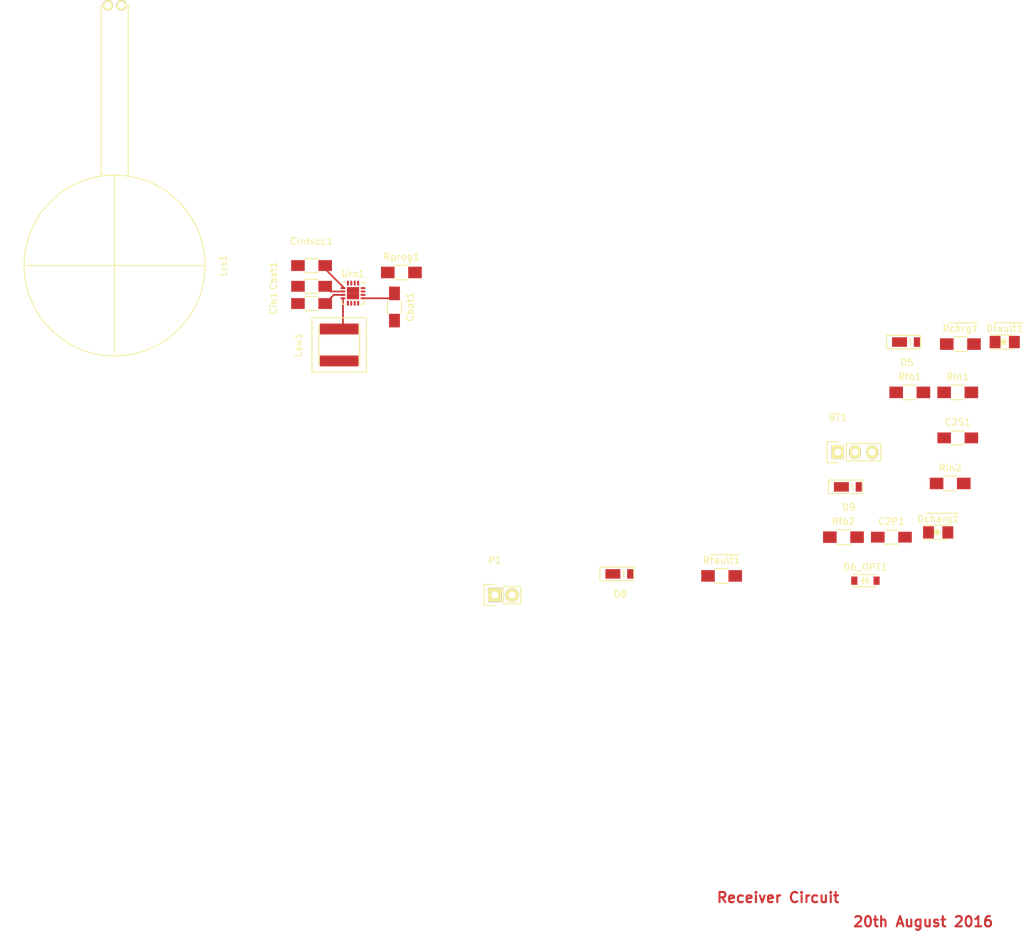
<source format=kicad_pcb>
(kicad_pcb (version 4) (host pcbnew 4.0.2-stable)

  (general
    (links 48)
    (no_connects 43)
    (area 0 0 0 0)
    (thickness 1.6)
    (drawings 2)
    (tracks 10)
    (zones 0)
    (modules 24)
    (nets 19)
  )

  (page A4)
  (layers
    (0 F.Cu signal)
    (31 B.Cu signal)
    (32 B.Adhes user)
    (33 F.Adhes user)
    (34 B.Paste user)
    (35 F.Paste user)
    (36 B.SilkS user)
    (37 F.SilkS user)
    (38 B.Mask user)
    (39 F.Mask user)
    (40 Dwgs.User user)
    (41 Cmts.User user)
    (42 Eco1.User user)
    (43 Eco2.User user)
    (44 Edge.Cuts user)
    (45 Margin user)
    (46 B.CrtYd user)
    (47 F.CrtYd user)
    (48 B.Fab user)
    (49 F.Fab user)
  )

  (setup
    (last_trace_width 0.25)
    (user_trace_width 0.1778)
    (trace_clearance 0.2)
    (zone_clearance 0.508)
    (zone_45_only no)
    (trace_min 0.1778)
    (segment_width 0.2)
    (edge_width 0.15)
    (via_size 0.6)
    (via_drill 0.4)
    (via_min_size 0.4)
    (via_min_drill 0.3)
    (uvia_size 0.3)
    (uvia_drill 0.1)
    (uvias_allowed no)
    (uvia_min_size 0.2)
    (uvia_min_drill 0.1)
    (pcb_text_width 0.3)
    (pcb_text_size 1.5 1.5)
    (mod_edge_width 0.15)
    (mod_text_size 1 1)
    (mod_text_width 0.15)
    (pad_size 1.524 1.524)
    (pad_drill 0.762)
    (pad_to_mask_clearance 0.2)
    (aux_axis_origin 0 0)
    (visible_elements FFFFFF7F)
    (pcbplotparams
      (layerselection 0x00030_80000001)
      (usegerberextensions false)
      (excludeedgelayer true)
      (linewidth 0.100000)
      (plotframeref false)
      (viasonmask false)
      (mode 1)
      (useauxorigin false)
      (hpglpennumber 1)
      (hpglpenspeed 20)
      (hpglpendiameter 15)
      (hpglpenoverlay 2)
      (psnegative false)
      (psa4output false)
      (plotreference true)
      (plotvalue true)
      (plotinvisibletext false)
      (padsonsilk false)
      (subtractmaskfromsilk false)
      (outputformat 1)
      (mirror false)
      (drillshape 1)
      (scaleselection 1)
      (outputdirectory ""))
  )

  (net 0 "")
  (net 1 "Net-(BT1-Pad1)")
  (net 2 GND)
  (net 3 "Net-(C2P1-Pad1)")
  (net 4 "Net-(C2P1-Pad2)")
  (net 5 "Net-(C2S1-Pad1)")
  (net 6 "Net-(Cbst1-Pad1)")
  (net 7 "Net-(Cbst1-Pad2)")
  (net 8 "Net-(Cin1-Pad1)")
  (net 9 "Net-(Cintvcc1-Pad1)")
  (net 10 "Net-(D~charg1-Pad1)")
  (net 11 "Net-(D~fault1-Pad1)")
  (net 12 "Net-(Lsw1-Pad2)")
  (net 13 "Net-(Rfb1-Pad1)")
  (net 14 "Net-(Rfb2-Pad1)")
  (net 15 "Net-(Rin1-Pad2)")
  (net 16 "Net-(Rprog1-Pad1)")
  (net 17 "Net-(R~chrg1-Pad2)")
  (net 18 "Net-(R~fault1-Pad2)")

  (net_class Default "This is the default net class."
    (clearance 0.2)
    (trace_width 0.25)
    (via_dia 0.6)
    (via_drill 0.4)
    (uvia_dia 0.3)
    (uvia_drill 0.1)
    (add_net GND)
    (add_net "Net-(BT1-Pad1)")
    (add_net "Net-(C2P1-Pad1)")
    (add_net "Net-(C2P1-Pad2)")
    (add_net "Net-(C2S1-Pad1)")
    (add_net "Net-(Cbst1-Pad1)")
    (add_net "Net-(Cbst1-Pad2)")
    (add_net "Net-(Cin1-Pad1)")
    (add_net "Net-(Cintvcc1-Pad1)")
    (add_net "Net-(D~charg1-Pad1)")
    (add_net "Net-(D~fault1-Pad1)")
    (add_net "Net-(Lsw1-Pad2)")
    (add_net "Net-(Rfb1-Pad1)")
    (add_net "Net-(Rfb2-Pad1)")
    (add_net "Net-(Rin1-Pad2)")
    (add_net "Net-(Rprog1-Pad1)")
    (add_net "Net-(R~chrg1-Pad2)")
    (add_net "Net-(R~fault1-Pad2)")
  )

  (module Socket_Strips:Socket_Strip_Straight_1x03 (layer F.Cu) (tedit 54E9F429) (tstamp 57B8004A)
    (at 205.369761 123.973)
    (descr "Through hole socket strip")
    (tags "socket strip")
    (path /5793F223)
    (fp_text reference BT1 (at 0 -5.1) (layer F.SilkS)
      (effects (font (size 1 1) (thickness 0.15)))
    )
    (fp_text value Li-ion (at 0 -3.1) (layer F.Fab)
      (effects (font (size 1 1) (thickness 0.15)))
    )
    (fp_line (start 0 -1.55) (end -1.55 -1.55) (layer F.SilkS) (width 0.15))
    (fp_line (start -1.55 -1.55) (end -1.55 1.55) (layer F.SilkS) (width 0.15))
    (fp_line (start -1.55 1.55) (end 0 1.55) (layer F.SilkS) (width 0.15))
    (fp_line (start -1.75 -1.75) (end -1.75 1.75) (layer F.CrtYd) (width 0.05))
    (fp_line (start 6.85 -1.75) (end 6.85 1.75) (layer F.CrtYd) (width 0.05))
    (fp_line (start -1.75 -1.75) (end 6.85 -1.75) (layer F.CrtYd) (width 0.05))
    (fp_line (start -1.75 1.75) (end 6.85 1.75) (layer F.CrtYd) (width 0.05))
    (fp_line (start 1.27 -1.27) (end 6.35 -1.27) (layer F.SilkS) (width 0.15))
    (fp_line (start 6.35 -1.27) (end 6.35 1.27) (layer F.SilkS) (width 0.15))
    (fp_line (start 6.35 1.27) (end 1.27 1.27) (layer F.SilkS) (width 0.15))
    (fp_line (start 1.27 1.27) (end 1.27 -1.27) (layer F.SilkS) (width 0.15))
    (pad 1 thru_hole rect (at 0 0) (size 1.7272 2.032) (drill 1.016) (layers *.Cu *.Mask F.SilkS)
      (net 1 "Net-(BT1-Pad1)"))
    (pad 2 thru_hole oval (at 2.54 0) (size 1.7272 2.032) (drill 1.016) (layers *.Cu *.Mask F.SilkS)
      (net 2 GND))
    (pad 3 thru_hole oval (at 5.08 0) (size 1.7272 2.032) (drill 1.016) (layers *.Cu *.Mask F.SilkS))
    (model Socket_Strips.3dshapes/Socket_Strip_Straight_1x03.wrl
      (at (xyz 0.1 0 0))
      (scale (xyz 1 1 1))
      (rotate (xyz 0 0 180))
    )
  )

  (module Capacitors_SMD:C_1206_HandSoldering (layer F.Cu) (tedit 541A9C03) (tstamp 57B80050)
    (at 213.265001 136.473)
    (descr "Capacitor SMD 1206, hand soldering")
    (tags "capacitor 1206")
    (path /57946E8F)
    (attr smd)
    (fp_text reference C2P1 (at 0 -2.3) (layer F.SilkS)
      (effects (font (size 1 1) (thickness 0.15)))
    )
    (fp_text value 6.5nF (at 0 2.3) (layer F.Fab)
      (effects (font (size 1 1) (thickness 0.15)))
    )
    (fp_line (start -3.3 -1.15) (end 3.3 -1.15) (layer F.CrtYd) (width 0.05))
    (fp_line (start -3.3 1.15) (end 3.3 1.15) (layer F.CrtYd) (width 0.05))
    (fp_line (start -3.3 -1.15) (end -3.3 1.15) (layer F.CrtYd) (width 0.05))
    (fp_line (start 3.3 -1.15) (end 3.3 1.15) (layer F.CrtYd) (width 0.05))
    (fp_line (start 1 -1.025) (end -1 -1.025) (layer F.SilkS) (width 0.15))
    (fp_line (start -1 1.025) (end 1 1.025) (layer F.SilkS) (width 0.15))
    (pad 1 smd rect (at -2 0) (size 2 1.6) (layers F.Cu F.Paste F.Mask)
      (net 3 "Net-(C2P1-Pad1)"))
    (pad 2 smd rect (at 2 0) (size 2 1.6) (layers F.Cu F.Paste F.Mask)
      (net 4 "Net-(C2P1-Pad2)"))
    (model Capacitors_SMD.3dshapes/C_1206_HandSoldering.wrl
      (at (xyz 0 0 0))
      (scale (xyz 1 1 1))
      (rotate (xyz 0 0 0))
    )
  )

  (module Capacitors_SMD:C_1206_HandSoldering (layer F.Cu) (tedit 541A9C03) (tstamp 57B80056)
    (at 223.015001 121.873)
    (descr "Capacitor SMD 1206, hand soldering")
    (tags "capacitor 1206")
    (path /57946B6F)
    (attr smd)
    (fp_text reference C2S1 (at 0 -2.3) (layer F.SilkS)
      (effects (font (size 1 1) (thickness 0.15)))
    )
    (fp_text value 26.7nF (at 0 2.3) (layer F.Fab)
      (effects (font (size 1 1) (thickness 0.15)))
    )
    (fp_line (start -3.3 -1.15) (end 3.3 -1.15) (layer F.CrtYd) (width 0.05))
    (fp_line (start -3.3 1.15) (end 3.3 1.15) (layer F.CrtYd) (width 0.05))
    (fp_line (start -3.3 -1.15) (end -3.3 1.15) (layer F.CrtYd) (width 0.05))
    (fp_line (start 3.3 -1.15) (end 3.3 1.15) (layer F.CrtYd) (width 0.05))
    (fp_line (start 1 -1.025) (end -1 -1.025) (layer F.SilkS) (width 0.15))
    (fp_line (start -1 1.025) (end 1 1.025) (layer F.SilkS) (width 0.15))
    (pad 1 smd rect (at -2 0) (size 2 1.6) (layers F.Cu F.Paste F.Mask)
      (net 5 "Net-(C2S1-Pad1)"))
    (pad 2 smd rect (at 2 0) (size 2 1.6) (layers F.Cu F.Paste F.Mask)
      (net 4 "Net-(C2P1-Pad2)"))
    (model Capacitors_SMD.3dshapes/C_1206_HandSoldering.wrl
      (at (xyz 0 0 0))
      (scale (xyz 1 1 1))
      (rotate (xyz 0 0 0))
    )
  )

  (module Capacitors_SMD:C_1206_HandSoldering (layer F.Cu) (tedit 541A9C03) (tstamp 57B8005C)
    (at 140.208 102.616 270)
    (descr "Capacitor SMD 1206, hand soldering")
    (tags "capacitor 1206")
    (path /57943AEE)
    (attr smd)
    (fp_text reference Cbat1 (at 0 -2.3 270) (layer F.SilkS)
      (effects (font (size 1 1) (thickness 0.15)))
    )
    (fp_text value 22uF (at 0 2.3 270) (layer F.Fab)
      (effects (font (size 1 1) (thickness 0.15)))
    )
    (fp_line (start -3.3 -1.15) (end 3.3 -1.15) (layer F.CrtYd) (width 0.05))
    (fp_line (start -3.3 1.15) (end 3.3 1.15) (layer F.CrtYd) (width 0.05))
    (fp_line (start -3.3 -1.15) (end -3.3 1.15) (layer F.CrtYd) (width 0.05))
    (fp_line (start 3.3 -1.15) (end 3.3 1.15) (layer F.CrtYd) (width 0.05))
    (fp_line (start 1 -1.025) (end -1 -1.025) (layer F.SilkS) (width 0.15))
    (fp_line (start -1 1.025) (end 1 1.025) (layer F.SilkS) (width 0.15))
    (pad 1 smd rect (at -2 0 270) (size 2 1.6) (layers F.Cu F.Paste F.Mask)
      (net 1 "Net-(BT1-Pad1)"))
    (pad 2 smd rect (at 2 0 270) (size 2 1.6) (layers F.Cu F.Paste F.Mask)
      (net 2 GND))
    (model Capacitors_SMD.3dshapes/C_1206_HandSoldering.wrl
      (at (xyz 0 0 0))
      (scale (xyz 1 1 1))
      (rotate (xyz 0 0 0))
    )
  )

  (module Capacitors_SMD:C_1206_HandSoldering (layer F.Cu) (tedit 57BA1489) (tstamp 57B80062)
    (at 128.016 99.568)
    (descr "Capacitor SMD 1206, hand soldering")
    (tags "capacitor 1206")
    (path /57943D4C)
    (attr smd)
    (fp_text reference Cbst1 (at -5.588 -1.524 90) (layer F.SilkS)
      (effects (font (size 1 1) (thickness 0.15)))
    )
    (fp_text value 22nF (at -4.064 -1.524 90) (layer F.Fab)
      (effects (font (size 1 1) (thickness 0.15)))
    )
    (fp_line (start -3.3 -1.15) (end 3.3 -1.15) (layer F.CrtYd) (width 0.05))
    (fp_line (start -3.3 1.15) (end 3.3 1.15) (layer F.CrtYd) (width 0.05))
    (fp_line (start -3.3 -1.15) (end -3.3 1.15) (layer F.CrtYd) (width 0.05))
    (fp_line (start 3.3 -1.15) (end 3.3 1.15) (layer F.CrtYd) (width 0.05))
    (fp_line (start 1 -1.025) (end -1 -1.025) (layer F.SilkS) (width 0.15))
    (fp_line (start -1 1.025) (end 1 1.025) (layer F.SilkS) (width 0.15))
    (pad 1 smd rect (at -2 0) (size 2 1.6) (layers F.Cu F.Paste F.Mask)
      (net 6 "Net-(Cbst1-Pad1)"))
    (pad 2 smd rect (at 2 0) (size 2 1.6) (layers F.Cu F.Paste F.Mask)
      (net 7 "Net-(Cbst1-Pad2)"))
    (model Capacitors_SMD.3dshapes/C_1206_HandSoldering.wrl
      (at (xyz 0 0 0))
      (scale (xyz 1 1 1))
      (rotate (xyz 0 0 0))
    )
  )

  (module Capacitors_SMD:C_1206_HandSoldering (layer F.Cu) (tedit 57BA1517) (tstamp 57B80068)
    (at 128.016 102.108 180)
    (descr "Capacitor SMD 1206, hand soldering")
    (tags "capacitor 1206")
    (path /579457EC)
    (attr smd)
    (fp_text reference Cin1 (at 5.588 0 270) (layer F.SilkS)
      (effects (font (size 1 1) (thickness 0.15)))
    )
    (fp_text value 10uF (at 4.064 0 270) (layer F.Fab)
      (effects (font (size 1 1) (thickness 0.15)))
    )
    (fp_line (start -3.3 -1.15) (end 3.3 -1.15) (layer F.CrtYd) (width 0.05))
    (fp_line (start -3.3 1.15) (end 3.3 1.15) (layer F.CrtYd) (width 0.05))
    (fp_line (start -3.3 -1.15) (end -3.3 1.15) (layer F.CrtYd) (width 0.05))
    (fp_line (start 3.3 -1.15) (end 3.3 1.15) (layer F.CrtYd) (width 0.05))
    (fp_line (start 1 -1.025) (end -1 -1.025) (layer F.SilkS) (width 0.15))
    (fp_line (start -1 1.025) (end 1 1.025) (layer F.SilkS) (width 0.15))
    (pad 1 smd rect (at -2 0 180) (size 2 1.6) (layers F.Cu F.Paste F.Mask)
      (net 8 "Net-(Cin1-Pad1)"))
    (pad 2 smd rect (at 2 0 180) (size 2 1.6) (layers F.Cu F.Paste F.Mask)
      (net 2 GND))
    (model Capacitors_SMD.3dshapes/C_1206_HandSoldering.wrl
      (at (xyz 0 0 0))
      (scale (xyz 1 1 1))
      (rotate (xyz 0 0 0))
    )
  )

  (module Capacitors_SMD:C_1206_HandSoldering (layer F.Cu) (tedit 57BA14E1) (tstamp 57B8006E)
    (at 128.016 96.52 180)
    (descr "Capacitor SMD 1206, hand soldering")
    (tags "capacitor 1206")
    (path /57944201)
    (attr smd)
    (fp_text reference Cintvcc1 (at 0 3.556 360) (layer F.SilkS)
      (effects (font (size 1 1) (thickness 0.15)))
    )
    (fp_text value 2.2uF (at 0 2.3 180) (layer F.Fab)
      (effects (font (size 1 1) (thickness 0.15)))
    )
    (fp_line (start -3.3 -1.15) (end 3.3 -1.15) (layer F.CrtYd) (width 0.05))
    (fp_line (start -3.3 1.15) (end 3.3 1.15) (layer F.CrtYd) (width 0.05))
    (fp_line (start -3.3 -1.15) (end -3.3 1.15) (layer F.CrtYd) (width 0.05))
    (fp_line (start 3.3 -1.15) (end 3.3 1.15) (layer F.CrtYd) (width 0.05))
    (fp_line (start 1 -1.025) (end -1 -1.025) (layer F.SilkS) (width 0.15))
    (fp_line (start -1 1.025) (end 1 1.025) (layer F.SilkS) (width 0.15))
    (pad 1 smd rect (at -2 0 180) (size 2 1.6) (layers F.Cu F.Paste F.Mask)
      (net 9 "Net-(Cintvcc1-Pad1)"))
    (pad 2 smd rect (at 2 0 180) (size 2 1.6) (layers F.Cu F.Paste F.Mask)
      (net 2 GND))
    (model Capacitors_SMD.3dshapes/C_1206_HandSoldering.wrl
      (at (xyz 0 0 0))
      (scale (xyz 1 1 1))
      (rotate (xyz 0 0 0))
    )
  )

  (module DFLS240L:DFLS240L (layer F.Cu) (tedit 57B7BFAE) (tstamp 57B80074)
    (at 215.56262 107.773)
    (path /57945F6C)
    (fp_text reference D5 (at 0 3) (layer F.SilkS)
      (effects (font (size 1 1) (thickness 0.15)))
    )
    (fp_text value D_Schottky (at 0 -2) (layer F.Fab)
      (effects (font (size 1 1) (thickness 0.15)))
    )
    (fp_line (start 0.5 -0.5) (end 0.5 0.5) (layer F.SilkS) (width 0.15))
    (fp_line (start 2 -1) (end 2 1) (layer F.SilkS) (width 0.15))
    (fp_line (start -3 1) (end 2 1) (layer F.SilkS) (width 0.15))
    (fp_line (start -3 -1) (end -3 1) (layer F.SilkS) (width 0.15))
    (fp_line (start -3 -1) (end 2 -1) (layer F.SilkS) (width 0.15))
    (pad 1 smd rect (at -1.1 0) (size 2.2 1.4) (layers F.Cu F.Paste F.Mask)
      (net 8 "Net-(Cin1-Pad1)"))
    (pad 2 smd rect (at 1.45 0) (size 0.9 1.4) (layers F.Cu F.Paste F.Mask)
      (net 3 "Net-(C2P1-Pad1)"))
  )

  (module Diodes_SMD:SOD-123 (layer F.Cu) (tedit 5530FCB9) (tstamp 57B8007A)
    (at 209.443095 142.873)
    (descr SOD-123)
    (tags SOD-123)
    (path /57945381)
    (attr smd)
    (fp_text reference D6_OPT1 (at 0 -2) (layer F.SilkS)
      (effects (font (size 1 1) (thickness 0.15)))
    )
    (fp_text value ZENER (at 0 2.1) (layer F.Fab)
      (effects (font (size 1 1) (thickness 0.15)))
    )
    (fp_line (start 0.3175 0) (end 0.6985 0) (layer F.SilkS) (width 0.15))
    (fp_line (start -0.6985 0) (end -0.3175 0) (layer F.SilkS) (width 0.15))
    (fp_line (start -0.3175 0) (end 0.3175 -0.381) (layer F.SilkS) (width 0.15))
    (fp_line (start 0.3175 -0.381) (end 0.3175 0.381) (layer F.SilkS) (width 0.15))
    (fp_line (start 0.3175 0.381) (end -0.3175 0) (layer F.SilkS) (width 0.15))
    (fp_line (start -0.3175 -0.508) (end -0.3175 0.508) (layer F.SilkS) (width 0.15))
    (fp_line (start -2.25 -1.05) (end 2.25 -1.05) (layer F.CrtYd) (width 0.05))
    (fp_line (start 2.25 -1.05) (end 2.25 1.05) (layer F.CrtYd) (width 0.05))
    (fp_line (start 2.25 1.05) (end -2.25 1.05) (layer F.CrtYd) (width 0.05))
    (fp_line (start -2.25 -1.05) (end -2.25 1.05) (layer F.CrtYd) (width 0.05))
    (fp_line (start -2 0.9) (end 1.54 0.9) (layer F.SilkS) (width 0.15))
    (fp_line (start -2 -0.9) (end 1.54 -0.9) (layer F.SilkS) (width 0.15))
    (pad 1 smd rect (at -1.635 0) (size 0.91 1.22) (layers F.Cu F.Paste F.Mask)
      (net 8 "Net-(Cin1-Pad1)"))
    (pad 2 smd rect (at 1.635 0) (size 0.91 1.22) (layers F.Cu F.Paste F.Mask)
      (net 2 GND))
  )

  (module DFLS240L:DFLS240L (layer F.Cu) (tedit 57B7BFAE) (tstamp 57B80080)
    (at 173.41262 141.873)
    (path /57944B50)
    (fp_text reference D8 (at 0 3) (layer F.SilkS)
      (effects (font (size 1 1) (thickness 0.15)))
    )
    (fp_text value D_Schottky (at 0 -2) (layer F.Fab)
      (effects (font (size 1 1) (thickness 0.15)))
    )
    (fp_line (start 0.5 -0.5) (end 0.5 0.5) (layer F.SilkS) (width 0.15))
    (fp_line (start 2 -1) (end 2 1) (layer F.SilkS) (width 0.15))
    (fp_line (start -3 1) (end 2 1) (layer F.SilkS) (width 0.15))
    (fp_line (start -3 -1) (end -3 1) (layer F.SilkS) (width 0.15))
    (fp_line (start -3 -1) (end 2 -1) (layer F.SilkS) (width 0.15))
    (pad 1 smd rect (at -1.1 0) (size 2.2 1.4) (layers F.Cu F.Paste F.Mask)
      (net 5 "Net-(C2S1-Pad1)"))
    (pad 2 smd rect (at 1.45 0) (size 0.9 1.4) (layers F.Cu F.Paste F.Mask)
      (net 2 GND))
  )

  (module DFLS240L:DFLS240L (layer F.Cu) (tedit 57B7BFAE) (tstamp 57B80086)
    (at 207.01262 129.073)
    (path /57945FC0)
    (fp_text reference D9 (at 0 3) (layer F.SilkS)
      (effects (font (size 1 1) (thickness 0.15)))
    )
    (fp_text value D_Schottky (at 0 -2) (layer F.Fab)
      (effects (font (size 1 1) (thickness 0.15)))
    )
    (fp_line (start 0.5 -0.5) (end 0.5 0.5) (layer F.SilkS) (width 0.15))
    (fp_line (start 2 -1) (end 2 1) (layer F.SilkS) (width 0.15))
    (fp_line (start -3 1) (end 2 1) (layer F.SilkS) (width 0.15))
    (fp_line (start -3 -1) (end -3 1) (layer F.SilkS) (width 0.15))
    (fp_line (start -3 -1) (end 2 -1) (layer F.SilkS) (width 0.15))
    (pad 1 smd rect (at -1.1 0) (size 2.2 1.4) (layers F.Cu F.Paste F.Mask)
      (net 8 "Net-(Cin1-Pad1)"))
    (pad 2 smd rect (at 1.45 0) (size 0.9 1.4) (layers F.Cu F.Paste F.Mask)
      (net 5 "Net-(C2S1-Pad1)"))
  )

  (module LEDs:LED_1206 (layer F.Cu) (tedit 55BDE2E8) (tstamp 57B8008C)
    (at 220.136429 135.773)
    (descr "LED 1206 smd package")
    (tags "LED1206 SMD")
    (path /57944837)
    (attr smd)
    (fp_text reference D~charg1 (at 0 -2) (layer F.SilkS)
      (effects (font (size 1 1) (thickness 0.15)))
    )
    (fp_text value LED (at 0 2) (layer F.Fab)
      (effects (font (size 1 1) (thickness 0.15)))
    )
    (fp_line (start -2.15 1.05) (end 1.45 1.05) (layer F.SilkS) (width 0.15))
    (fp_line (start -2.15 -1.05) (end 1.45 -1.05) (layer F.SilkS) (width 0.15))
    (fp_line (start -0.1 -0.3) (end -0.1 0.3) (layer F.SilkS) (width 0.15))
    (fp_line (start -0.1 0.3) (end -0.4 0) (layer F.SilkS) (width 0.15))
    (fp_line (start -0.4 0) (end -0.2 -0.2) (layer F.SilkS) (width 0.15))
    (fp_line (start -0.2 -0.2) (end -0.2 0.05) (layer F.SilkS) (width 0.15))
    (fp_line (start -0.2 0.05) (end -0.25 0) (layer F.SilkS) (width 0.15))
    (fp_line (start -0.5 -0.5) (end -0.5 0.5) (layer F.SilkS) (width 0.15))
    (fp_line (start 0 0) (end 0.5 0) (layer F.SilkS) (width 0.15))
    (fp_line (start -0.5 0) (end 0 -0.5) (layer F.SilkS) (width 0.15))
    (fp_line (start 0 -0.5) (end 0 0.5) (layer F.SilkS) (width 0.15))
    (fp_line (start 0 0.5) (end -0.5 0) (layer F.SilkS) (width 0.15))
    (fp_line (start 2.5 -1.25) (end -2.5 -1.25) (layer F.CrtYd) (width 0.05))
    (fp_line (start -2.5 -1.25) (end -2.5 1.25) (layer F.CrtYd) (width 0.05))
    (fp_line (start -2.5 1.25) (end 2.5 1.25) (layer F.CrtYd) (width 0.05))
    (fp_line (start 2.5 1.25) (end 2.5 -1.25) (layer F.CrtYd) (width 0.05))
    (pad 2 smd rect (at 1.41986 0 180) (size 1.59766 1.80086) (layers F.Cu F.Paste F.Mask)
      (net 8 "Net-(Cin1-Pad1)"))
    (pad 1 smd rect (at -1.41986 0 180) (size 1.59766 1.80086) (layers F.Cu F.Paste F.Mask)
      (net 10 "Net-(D~charg1-Pad1)"))
    (model LEDs.3dshapes/LED_1206.wrl
      (at (xyz 0 0 0))
      (scale (xyz 1 1 1))
      (rotate (xyz 0 0 180))
    )
  )

  (module LEDs:LED_1206 (layer F.Cu) (tedit 55BDE2E8) (tstamp 57B80092)
    (at 229.919286 107.773)
    (descr "LED 1206 smd package")
    (tags "LED1206 SMD")
    (path /57944A5D)
    (attr smd)
    (fp_text reference D~fault1 (at 0 -2) (layer F.SilkS)
      (effects (font (size 1 1) (thickness 0.15)))
    )
    (fp_text value LED (at 0 2) (layer F.Fab)
      (effects (font (size 1 1) (thickness 0.15)))
    )
    (fp_line (start -2.15 1.05) (end 1.45 1.05) (layer F.SilkS) (width 0.15))
    (fp_line (start -2.15 -1.05) (end 1.45 -1.05) (layer F.SilkS) (width 0.15))
    (fp_line (start -0.1 -0.3) (end -0.1 0.3) (layer F.SilkS) (width 0.15))
    (fp_line (start -0.1 0.3) (end -0.4 0) (layer F.SilkS) (width 0.15))
    (fp_line (start -0.4 0) (end -0.2 -0.2) (layer F.SilkS) (width 0.15))
    (fp_line (start -0.2 -0.2) (end -0.2 0.05) (layer F.SilkS) (width 0.15))
    (fp_line (start -0.2 0.05) (end -0.25 0) (layer F.SilkS) (width 0.15))
    (fp_line (start -0.5 -0.5) (end -0.5 0.5) (layer F.SilkS) (width 0.15))
    (fp_line (start 0 0) (end 0.5 0) (layer F.SilkS) (width 0.15))
    (fp_line (start -0.5 0) (end 0 -0.5) (layer F.SilkS) (width 0.15))
    (fp_line (start 0 -0.5) (end 0 0.5) (layer F.SilkS) (width 0.15))
    (fp_line (start 0 0.5) (end -0.5 0) (layer F.SilkS) (width 0.15))
    (fp_line (start 2.5 -1.25) (end -2.5 -1.25) (layer F.CrtYd) (width 0.05))
    (fp_line (start -2.5 -1.25) (end -2.5 1.25) (layer F.CrtYd) (width 0.05))
    (fp_line (start -2.5 1.25) (end 2.5 1.25) (layer F.CrtYd) (width 0.05))
    (fp_line (start 2.5 1.25) (end 2.5 -1.25) (layer F.CrtYd) (width 0.05))
    (pad 2 smd rect (at 1.41986 0 180) (size 1.59766 1.80086) (layers F.Cu F.Paste F.Mask)
      (net 8 "Net-(Cin1-Pad1)"))
    (pad 1 smd rect (at -1.41986 0 180) (size 1.59766 1.80086) (layers F.Cu F.Paste F.Mask)
      (net 11 "Net-(D~fault1-Pad1)"))
    (model LEDs.3dshapes/LED_1206.wrl
      (at (xyz 0 0 0))
      (scale (xyz 1 1 1))
      (rotate (xyz 0 0 180))
    )
  )

  (module "Receiver Coil:Receiver_Coil" (layer F.Cu) (tedit 57B7FF37) (tstamp 57B8009D)
    (at 99.06 96.52 90)
    (path /57947640)
    (fp_text reference Lrx1 (at 0 16 90) (layer F.SilkS)
      (effects (font (size 1 1) (thickness 0.15)))
    )
    (fp_text value 47uH (at 0 -16 90) (layer F.Fab)
      (effects (font (size 1 1) (thickness 0.15)))
    )
    (fp_line (start 13.3 2) (end 38.3 2) (layer F.SilkS) (width 0.15))
    (fp_line (start 13.3 -2) (end 38.3 -2) (layer F.SilkS) (width 0.15))
    (fp_line (start -13 0) (end 13.3 0) (layer F.SilkS) (width 0.15))
    (fp_line (start 0 -13) (end 0 13.3) (layer F.SilkS) (width 0.15))
    (fp_circle (center 0 0) (end 13.3 0) (layer F.SilkS) (width 0.15))
    (pad 1 thru_hole circle (at 38.3 -1 180) (size 1.524 1.524) (drill 1) (layers *.Cu *.Mask F.SilkS)
      (net 4 "Net-(C2P1-Pad2)"))
    (pad 2 thru_hole circle (at 38.3 1 180) (size 1.524 1.524) (drill 1) (layers *.Cu *.Mask F.SilkS)
      (net 2 GND))
  )

  (module NR6028T470M:NR6028T470M (layer F.Cu) (tedit 57B7BE26) (tstamp 57B800A3)
    (at 132.08 108.204 270)
    (path /57943F1A)
    (fp_text reference Lsw1 (at 0 6 270) (layer F.SilkS)
      (effects (font (size 1 1) (thickness 0.15)))
    )
    (fp_text value 56uH (at 0 -5 270) (layer F.Fab)
      (effects (font (size 1 1) (thickness 0.15)))
    )
    (fp_line (start -4 -4) (end -4 4) (layer F.SilkS) (width 0.15))
    (fp_line (start -4 4) (end 4 4) (layer F.SilkS) (width 0.15))
    (fp_line (start 4 4) (end 4 -4) (layer F.SilkS) (width 0.15))
    (fp_line (start 4 -4) (end -4 -4) (layer F.SilkS) (width 0.15))
    (fp_line (start -3 3) (end 3 3) (layer F.SilkS) (width 0.15))
    (fp_line (start -3 -3) (end 3 -3) (layer F.SilkS) (width 0.15))
    (fp_line (start 3 -3) (end -3 -3) (layer F.SilkS) (width 0.15))
    (pad 2 smd rect (at 2.35 0 270) (size 1.6 5.7) (layers F.Cu F.Paste F.Mask)
      (net 12 "Net-(Lsw1-Pad2)"))
    (pad 1 smd rect (at -2.35 0 270) (size 1.6 5.7) (layers F.Cu F.Paste F.Mask)
      (net 6 "Net-(Cbst1-Pad1)"))
  )

  (module Socket_Strips:Socket_Strip_Straight_1x02 (layer F.Cu) (tedit 54E9F75E) (tstamp 57B800A9)
    (at 154.968333 144.973)
    (descr "Through hole socket strip")
    (tags "socket strip")
    (path /579D7780)
    (fp_text reference P1 (at 0 -5.1) (layer F.SilkS)
      (effects (font (size 1 1) (thickness 0.15)))
    )
    (fp_text value CONN_01X02 (at 0 -3.1) (layer F.Fab)
      (effects (font (size 1 1) (thickness 0.15)))
    )
    (fp_line (start -1.55 1.55) (end 0 1.55) (layer F.SilkS) (width 0.15))
    (fp_line (start 3.81 1.27) (end 1.27 1.27) (layer F.SilkS) (width 0.15))
    (fp_line (start -1.75 -1.75) (end -1.75 1.75) (layer F.CrtYd) (width 0.05))
    (fp_line (start 4.3 -1.75) (end 4.3 1.75) (layer F.CrtYd) (width 0.05))
    (fp_line (start -1.75 -1.75) (end 4.3 -1.75) (layer F.CrtYd) (width 0.05))
    (fp_line (start -1.75 1.75) (end 4.3 1.75) (layer F.CrtYd) (width 0.05))
    (fp_line (start 1.27 1.27) (end 1.27 -1.27) (layer F.SilkS) (width 0.15))
    (fp_line (start 0 -1.55) (end -1.55 -1.55) (layer F.SilkS) (width 0.15))
    (fp_line (start -1.55 -1.55) (end -1.55 1.55) (layer F.SilkS) (width 0.15))
    (fp_line (start 1.27 -1.27) (end 3.81 -1.27) (layer F.SilkS) (width 0.15))
    (fp_line (start 3.81 -1.27) (end 3.81 1.27) (layer F.SilkS) (width 0.15))
    (pad 1 thru_hole rect (at 0 0) (size 2.032 2.032) (drill 1.016) (layers *.Cu *.Mask F.SilkS)
      (net 4 "Net-(C2P1-Pad2)"))
    (pad 2 thru_hole oval (at 2.54 0) (size 2.032 2.032) (drill 1.016) (layers *.Cu *.Mask F.SilkS)
      (net 2 GND))
    (model Socket_Strips.3dshapes/Socket_Strip_Straight_1x02.wrl
      (at (xyz 0.05 0 0))
      (scale (xyz 1 1 1))
      (rotate (xyz 0 0 180))
    )
  )

  (module Resistors_SMD:R_1206_HandSoldering (layer F.Cu) (tedit 5418A20D) (tstamp 57B800AF)
    (at 215.965001 115.173)
    (descr "Resistor SMD 1206, hand soldering")
    (tags "resistor 1206")
    (path /5793F161)
    (attr smd)
    (fp_text reference Rfb1 (at 0 -2.3) (layer F.SilkS)
      (effects (font (size 1 1) (thickness 0.15)))
    )
    (fp_text value 2.1M (at 0 2.3) (layer F.Fab)
      (effects (font (size 1 1) (thickness 0.15)))
    )
    (fp_line (start -3.3 -1.2) (end 3.3 -1.2) (layer F.CrtYd) (width 0.05))
    (fp_line (start -3.3 1.2) (end 3.3 1.2) (layer F.CrtYd) (width 0.05))
    (fp_line (start -3.3 -1.2) (end -3.3 1.2) (layer F.CrtYd) (width 0.05))
    (fp_line (start 3.3 -1.2) (end 3.3 1.2) (layer F.CrtYd) (width 0.05))
    (fp_line (start 1 1.075) (end -1 1.075) (layer F.SilkS) (width 0.15))
    (fp_line (start -1 -1.075) (end 1 -1.075) (layer F.SilkS) (width 0.15))
    (pad 1 smd rect (at -2 0) (size 2 1.7) (layers F.Cu F.Paste F.Mask)
      (net 13 "Net-(Rfb1-Pad1)"))
    (pad 2 smd rect (at 2 0) (size 2 1.7) (layers F.Cu F.Paste F.Mask)
      (net 1 "Net-(BT1-Pad1)"))
    (model Resistors_SMD.3dshapes/R_1206_HandSoldering.wrl
      (at (xyz 0 0 0))
      (scale (xyz 1 1 1))
      (rotate (xyz 0 0 0))
    )
  )

  (module Resistors_SMD:R_1206_HandSoldering (layer F.Cu) (tedit 5418A20D) (tstamp 57B800B5)
    (at 206.215001 136.473)
    (descr "Resistor SMD 1206, hand soldering")
    (tags "resistor 1206")
    (path /5793F1C6)
    (attr smd)
    (fp_text reference Rfb2 (at 0 -2.3) (layer F.SilkS)
      (effects (font (size 1 1) (thickness 0.15)))
    )
    (fp_text value 845k (at 0 2.3) (layer F.Fab)
      (effects (font (size 1 1) (thickness 0.15)))
    )
    (fp_line (start -3.3 -1.2) (end 3.3 -1.2) (layer F.CrtYd) (width 0.05))
    (fp_line (start -3.3 1.2) (end 3.3 1.2) (layer F.CrtYd) (width 0.05))
    (fp_line (start -3.3 -1.2) (end -3.3 1.2) (layer F.CrtYd) (width 0.05))
    (fp_line (start 3.3 -1.2) (end 3.3 1.2) (layer F.CrtYd) (width 0.05))
    (fp_line (start 1 1.075) (end -1 1.075) (layer F.SilkS) (width 0.15))
    (fp_line (start -1 -1.075) (end 1 -1.075) (layer F.SilkS) (width 0.15))
    (pad 1 smd rect (at -2 0) (size 2 1.7) (layers F.Cu F.Paste F.Mask)
      (net 14 "Net-(Rfb2-Pad1)"))
    (pad 2 smd rect (at 2 0) (size 2 1.7) (layers F.Cu F.Paste F.Mask)
      (net 13 "Net-(Rfb1-Pad1)"))
    (model Resistors_SMD.3dshapes/R_1206_HandSoldering.wrl
      (at (xyz 0 0 0))
      (scale (xyz 1 1 1))
      (rotate (xyz 0 0 0))
    )
  )

  (module Resistors_SMD:R_1206_HandSoldering (layer F.Cu) (tedit 5418A20D) (tstamp 57B800BB)
    (at 223.015001 115.173)
    (descr "Resistor SMD 1206, hand soldering")
    (tags "resistor 1206")
    (path /57945A2C)
    (attr smd)
    (fp_text reference Rin1 (at 0 -2.3) (layer F.SilkS)
      (effects (font (size 1 1) (thickness 0.15)))
    )
    (fp_text value 374k (at 0 2.3) (layer F.Fab)
      (effects (font (size 1 1) (thickness 0.15)))
    )
    (fp_line (start -3.3 -1.2) (end 3.3 -1.2) (layer F.CrtYd) (width 0.05))
    (fp_line (start -3.3 1.2) (end 3.3 1.2) (layer F.CrtYd) (width 0.05))
    (fp_line (start -3.3 -1.2) (end -3.3 1.2) (layer F.CrtYd) (width 0.05))
    (fp_line (start 3.3 -1.2) (end 3.3 1.2) (layer F.CrtYd) (width 0.05))
    (fp_line (start 1 1.075) (end -1 1.075) (layer F.SilkS) (width 0.15))
    (fp_line (start -1 -1.075) (end 1 -1.075) (layer F.SilkS) (width 0.15))
    (pad 1 smd rect (at -2 0) (size 2 1.7) (layers F.Cu F.Paste F.Mask)
      (net 8 "Net-(Cin1-Pad1)"))
    (pad 2 smd rect (at 2 0) (size 2 1.7) (layers F.Cu F.Paste F.Mask)
      (net 15 "Net-(Rin1-Pad2)"))
    (model Resistors_SMD.3dshapes/R_1206_HandSoldering.wrl
      (at (xyz 0 0 0))
      (scale (xyz 1 1 1))
      (rotate (xyz 0 0 0))
    )
  )

  (module Resistors_SMD:R_1206_HandSoldering (layer F.Cu) (tedit 5418A20D) (tstamp 57B800C1)
    (at 221.905001 128.573)
    (descr "Resistor SMD 1206, hand soldering")
    (tags "resistor 1206")
    (path /57945B82)
    (attr smd)
    (fp_text reference Rin2 (at 0 -2.3) (layer F.SilkS)
      (effects (font (size 1 1) (thickness 0.15)))
    )
    (fp_text value 102k (at 0 2.3) (layer F.Fab)
      (effects (font (size 1 1) (thickness 0.15)))
    )
    (fp_line (start -3.3 -1.2) (end 3.3 -1.2) (layer F.CrtYd) (width 0.05))
    (fp_line (start -3.3 1.2) (end 3.3 1.2) (layer F.CrtYd) (width 0.05))
    (fp_line (start -3.3 -1.2) (end -3.3 1.2) (layer F.CrtYd) (width 0.05))
    (fp_line (start 3.3 -1.2) (end 3.3 1.2) (layer F.CrtYd) (width 0.05))
    (fp_line (start 1 1.075) (end -1 1.075) (layer F.SilkS) (width 0.15))
    (fp_line (start -1 -1.075) (end 1 -1.075) (layer F.SilkS) (width 0.15))
    (pad 1 smd rect (at -2 0) (size 2 1.7) (layers F.Cu F.Paste F.Mask)
      (net 15 "Net-(Rin1-Pad2)"))
    (pad 2 smd rect (at 2 0) (size 2 1.7) (layers F.Cu F.Paste F.Mask)
      (net 2 GND))
    (model Resistors_SMD.3dshapes/R_1206_HandSoldering.wrl
      (at (xyz 0 0 0))
      (scale (xyz 1 1 1))
      (rotate (xyz 0 0 0))
    )
  )

  (module Resistors_SMD:R_1206_HandSoldering (layer F.Cu) (tedit 5418A20D) (tstamp 57B800C7)
    (at 141.224 97.536)
    (descr "Resistor SMD 1206, hand soldering")
    (tags "resistor 1206")
    (path /5793F06D)
    (attr smd)
    (fp_text reference Rprog1 (at 0 -2.3) (layer F.SilkS)
      (effects (font (size 1 1) (thickness 0.15)))
    )
    (fp_text value 6.04k (at 0 2.3) (layer F.Fab)
      (effects (font (size 1 1) (thickness 0.15)))
    )
    (fp_line (start -3.3 -1.2) (end 3.3 -1.2) (layer F.CrtYd) (width 0.05))
    (fp_line (start -3.3 1.2) (end 3.3 1.2) (layer F.CrtYd) (width 0.05))
    (fp_line (start -3.3 -1.2) (end -3.3 1.2) (layer F.CrtYd) (width 0.05))
    (fp_line (start 3.3 -1.2) (end 3.3 1.2) (layer F.CrtYd) (width 0.05))
    (fp_line (start 1 1.075) (end -1 1.075) (layer F.SilkS) (width 0.15))
    (fp_line (start -1 -1.075) (end 1 -1.075) (layer F.SilkS) (width 0.15))
    (pad 1 smd rect (at -2 0) (size 2 1.7) (layers F.Cu F.Paste F.Mask)
      (net 16 "Net-(Rprog1-Pad1)"))
    (pad 2 smd rect (at 2 0) (size 2 1.7) (layers F.Cu F.Paste F.Mask)
      (net 2 GND))
    (model Resistors_SMD.3dshapes/R_1206_HandSoldering.wrl
      (at (xyz 0 0 0))
      (scale (xyz 1 1 1))
      (rotate (xyz 0 0 0))
    )
  )

  (module Resistors_SMD:R_1206_HandSoldering (layer F.Cu) (tedit 5418A20D) (tstamp 57B800CD)
    (at 223.405001 108.073)
    (descr "Resistor SMD 1206, hand soldering")
    (tags "resistor 1206")
    (path /57944ED7)
    (attr smd)
    (fp_text reference R~chrg1 (at 0 -2.3) (layer F.SilkS)
      (effects (font (size 1 1) (thickness 0.15)))
    )
    (fp_text value 2k (at 0 2.3) (layer F.Fab)
      (effects (font (size 1 1) (thickness 0.15)))
    )
    (fp_line (start -3.3 -1.2) (end 3.3 -1.2) (layer F.CrtYd) (width 0.05))
    (fp_line (start -3.3 1.2) (end 3.3 1.2) (layer F.CrtYd) (width 0.05))
    (fp_line (start -3.3 -1.2) (end -3.3 1.2) (layer F.CrtYd) (width 0.05))
    (fp_line (start 3.3 -1.2) (end 3.3 1.2) (layer F.CrtYd) (width 0.05))
    (fp_line (start 1 1.075) (end -1 1.075) (layer F.SilkS) (width 0.15))
    (fp_line (start -1 -1.075) (end 1 -1.075) (layer F.SilkS) (width 0.15))
    (pad 1 smd rect (at -2 0) (size 2 1.7) (layers F.Cu F.Paste F.Mask)
      (net 10 "Net-(D~charg1-Pad1)"))
    (pad 2 smd rect (at 2 0) (size 2 1.7) (layers F.Cu F.Paste F.Mask)
      (net 17 "Net-(R~chrg1-Pad2)"))
    (model Resistors_SMD.3dshapes/R_1206_HandSoldering.wrl
      (at (xyz 0 0 0))
      (scale (xyz 1 1 1))
      (rotate (xyz 0 0 0))
    )
  )

  (module Resistors_SMD:R_1206_HandSoldering (layer F.Cu) (tedit 5418A20D) (tstamp 57B800D3)
    (at 188.305001 142.173)
    (descr "Resistor SMD 1206, hand soldering")
    (tags "resistor 1206")
    (path /579451BC)
    (attr smd)
    (fp_text reference R~fault1 (at 0 -2.3) (layer F.SilkS)
      (effects (font (size 1 1) (thickness 0.15)))
    )
    (fp_text value 2k (at 0 2.3) (layer F.Fab)
      (effects (font (size 1 1) (thickness 0.15)))
    )
    (fp_line (start -3.3 -1.2) (end 3.3 -1.2) (layer F.CrtYd) (width 0.05))
    (fp_line (start -3.3 1.2) (end 3.3 1.2) (layer F.CrtYd) (width 0.05))
    (fp_line (start -3.3 -1.2) (end -3.3 1.2) (layer F.CrtYd) (width 0.05))
    (fp_line (start 3.3 -1.2) (end 3.3 1.2) (layer F.CrtYd) (width 0.05))
    (fp_line (start 1 1.075) (end -1 1.075) (layer F.SilkS) (width 0.15))
    (fp_line (start -1 -1.075) (end 1 -1.075) (layer F.SilkS) (width 0.15))
    (pad 1 smd rect (at -2 0) (size 2 1.7) (layers F.Cu F.Paste F.Mask)
      (net 11 "Net-(D~fault1-Pad1)"))
    (pad 2 smd rect (at 2 0) (size 2 1.7) (layers F.Cu F.Paste F.Mask)
      (net 18 "Net-(R~fault1-Pad2)"))
    (model Resistors_SMD.3dshapes/R_1206_HandSoldering.wrl
      (at (xyz 0 0 0))
      (scale (xyz 1 1 1))
      (rotate (xyz 0 0 0))
    )
  )

  (module Housings_DFN_QFN:QFN-16-1EP_3x3mm_Pitch0.5mm (layer F.Cu) (tedit 54130A77) (tstamp 57B800EB)
    (at 134.112 100.584)
    (descr "16-Lead Plastic Quad Flat, No Lead Package (NG) - 3x3x0.9 mm Body [QFN]; (see Microchip Packaging Specification 00000049BS.pdf)")
    (tags "QFN 0.5")
    (path /5793EB0F)
    (attr smd)
    (fp_text reference Urx1 (at 0 -2.85) (layer F.SilkS)
      (effects (font (size 1 1) (thickness 0.15)))
    )
    (fp_text value myLTC4120 (at 0 2.85) (layer F.Fab)
      (effects (font (size 1 1) (thickness 0.15)))
    )
    (fp_line (start -2.1 -2.1) (end -2.1 2.1) (layer F.CrtYd) (width 0.05))
    (fp_line (start 2.1 -2.1) (end 2.1 2.1) (layer F.CrtYd) (width 0.05))
    (fp_line (start -2.1 -2.1) (end 2.1 -2.1) (layer F.CrtYd) (width 0.05))
    (fp_line (start -2.1 2.1) (end 2.1 2.1) (layer F.CrtYd) (width 0.05))
    (fp_line (start 1.625 -1.625) (end 1.625 -1.125) (layer F.SilkS) (width 0.15))
    (fp_line (start -1.625 1.625) (end -1.625 1.125) (layer F.SilkS) (width 0.15))
    (fp_line (start 1.625 1.625) (end 1.625 1.125) (layer F.SilkS) (width 0.15))
    (fp_line (start -1.625 -1.625) (end -1.125 -1.625) (layer F.SilkS) (width 0.15))
    (fp_line (start -1.625 1.625) (end -1.125 1.625) (layer F.SilkS) (width 0.15))
    (fp_line (start 1.625 1.625) (end 1.125 1.625) (layer F.SilkS) (width 0.15))
    (fp_line (start 1.625 -1.625) (end 1.125 -1.625) (layer F.SilkS) (width 0.15))
    (pad 1 smd oval (at -1.475 -0.75) (size 0.75 0.3) (layers F.Cu F.Paste F.Mask)
      (net 9 "Net-(Cintvcc1-Pad1)"))
    (pad 2 smd oval (at -1.475 -0.25) (size 0.75 0.3) (layers F.Cu F.Paste F.Mask)
      (net 7 "Net-(Cbst1-Pad2)"))
    (pad 3 smd oval (at -1.475 0.25) (size 0.75 0.3) (layers F.Cu F.Paste F.Mask)
      (net 8 "Net-(Cin1-Pad1)"))
    (pad 4 smd oval (at -1.475 0.75) (size 0.75 0.3) (layers F.Cu F.Paste F.Mask)
      (net 6 "Net-(Cbst1-Pad1)"))
    (pad 5 smd oval (at -0.75 1.475 90) (size 0.75 0.3) (layers F.Cu F.Paste F.Mask)
      (net 2 GND))
    (pad 6 smd oval (at -0.25 1.475 90) (size 0.75 0.3) (layers F.Cu F.Paste F.Mask)
      (net 3 "Net-(C2P1-Pad1)"))
    (pad 7 smd oval (at 0.25 1.475 90) (size 0.75 0.3) (layers F.Cu F.Paste F.Mask)
      (net 9 "Net-(Cintvcc1-Pad1)"))
    (pad 8 smd oval (at 0.75 1.475 90) (size 0.75 0.3) (layers F.Cu F.Paste F.Mask)
      (net 12 "Net-(Lsw1-Pad2)"))
    (pad 9 smd oval (at 1.475 0.75) (size 0.75 0.3) (layers F.Cu F.Paste F.Mask)
      (net 1 "Net-(BT1-Pad1)"))
    (pad 10 smd oval (at 1.475 0.25) (size 0.75 0.3) (layers F.Cu F.Paste F.Mask)
      (net 13 "Net-(Rfb1-Pad1)"))
    (pad 11 smd oval (at 1.475 -0.25) (size 0.75 0.3) (layers F.Cu F.Paste F.Mask)
      (net 14 "Net-(Rfb2-Pad1)"))
    (pad 12 smd oval (at 1.475 -0.75) (size 0.75 0.3) (layers F.Cu F.Paste F.Mask)
      (net 2 GND))
    (pad 13 smd oval (at 0.75 -1.475 90) (size 0.75 0.3) (layers F.Cu F.Paste F.Mask)
      (net 16 "Net-(Rprog1-Pad1)"))
    (pad 14 smd oval (at 0.25 -1.475 90) (size 0.75 0.3) (layers F.Cu F.Paste F.Mask)
      (net 17 "Net-(R~chrg1-Pad2)"))
    (pad 15 smd oval (at -0.25 -1.475 90) (size 0.75 0.3) (layers F.Cu F.Paste F.Mask)
      (net 18 "Net-(R~fault1-Pad2)"))
    (pad 16 smd oval (at -0.75 -1.475 90) (size 0.75 0.3) (layers F.Cu F.Paste F.Mask)
      (net 15 "Net-(Rin1-Pad2)"))
    (pad 17 smd rect (at 0.45 0.45) (size 0.9 0.9) (layers F.Cu F.Paste F.Mask)
      (net 2 GND) (solder_paste_margin_ratio -0.2))
    (pad 17 smd rect (at 0.45 -0.45) (size 0.9 0.9) (layers F.Cu F.Paste F.Mask)
      (net 2 GND) (solder_paste_margin_ratio -0.2))
    (pad 17 smd rect (at -0.45 0.45) (size 0.9 0.9) (layers F.Cu F.Paste F.Mask)
      (net 2 GND) (solder_paste_margin_ratio -0.2))
    (pad 17 smd rect (at -0.45 -0.45) (size 0.9 0.9) (layers F.Cu F.Paste F.Mask)
      (net 2 GND) (solder_paste_margin_ratio -0.2))
    (model Housings_DFN_QFN.3dshapes/QFN-16-1EP_3x3mm_Pitch0.5mm.wrl
      (at (xyz 0 0 0))
      (scale (xyz 1 1 1))
      (rotate (xyz 0 0 0))
    )
  )

  (gr_text "20th August 2016" (at 217.932 193.04) (layer F.Cu)
    (effects (font (size 1.5 1.5) (thickness 0.3)))
  )
  (gr_text "Receiver Circuit" (at 196.596 189.484) (layer F.Cu)
    (effects (font (size 1.5 1.5) (thickness 0.3)))
  )

  (segment (start 135.587 101.334) (end 139.49 101.334) (width 0.25) (layer F.Cu) (net 1))
  (segment (start 139.49 101.334) (end 140.208 100.616) (width 0.25) (layer F.Cu) (net 1) (tstamp 57B95797))
  (segment (start 132.637 101.334) (end 132.637 105.297) (width 0.25) (layer F.Cu) (net 6))
  (segment (start 132.637 105.297) (end 132.08 105.854) (width 0.25) (layer F.Cu) (net 6) (tstamp 57BA1541))
  (segment (start 132.637 100.334) (end 130.782 100.334) (width 0.25) (layer F.Cu) (net 7))
  (segment (start 130.782 100.334) (end 130.016 99.568) (width 0.25) (layer F.Cu) (net 7) (tstamp 57BA12CF))
  (segment (start 132.637 100.834) (end 131.29 100.834) (width 0.25) (layer F.Cu) (net 8))
  (segment (start 131.29 100.834) (end 130.016 102.108) (width 0.25) (layer F.Cu) (net 8) (tstamp 57BA130C))
  (segment (start 132.637 99.834) (end 132.637 99.649) (width 0.25) (layer F.Cu) (net 9))
  (segment (start 132.637 99.649) (end 130.016 97.028) (width 0.25) (layer F.Cu) (net 9) (tstamp 57BA1475))

)

</source>
